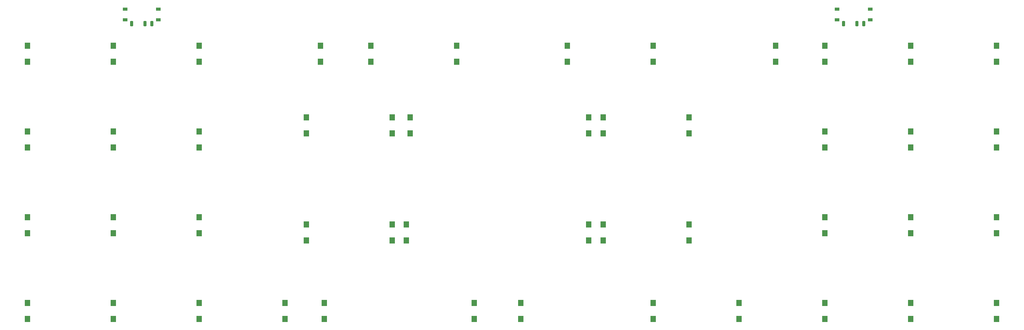
<source format=gbr>
%TF.GenerationSoftware,KiCad,Pcbnew,(7.0.0)*%
%TF.CreationDate,2024-02-09T22:05:53+01:00*%
%TF.ProjectId,graham cracker,67726168-616d-4206-9372-61636b65722e,rev?*%
%TF.SameCoordinates,Original*%
%TF.FileFunction,Paste,Bot*%
%TF.FilePolarity,Positive*%
%FSLAX46Y46*%
G04 Gerber Fmt 4.6, Leading zero omitted, Abs format (unit mm)*
G04 Created by KiCad (PCBNEW (7.0.0)) date 2024-02-09 22:05:53*
%MOMM*%
%LPD*%
G01*
G04 APERTURE LIST*
G04 Aperture macros list*
%AMRoundRect*
0 Rectangle with rounded corners*
0 $1 Rounding radius*
0 $2 $3 $4 $5 $6 $7 $8 $9 X,Y pos of 4 corners*
0 Add a 4 corners polygon primitive as box body*
4,1,4,$2,$3,$4,$5,$6,$7,$8,$9,$2,$3,0*
0 Add four circle primitives for the rounded corners*
1,1,$1+$1,$2,$3*
1,1,$1+$1,$4,$5*
1,1,$1+$1,$6,$7*
1,1,$1+$1,$8,$9*
0 Add four rect primitives between the rounded corners*
20,1,$1+$1,$2,$3,$4,$5,0*
20,1,$1+$1,$4,$5,$6,$7,0*
20,1,$1+$1,$6,$7,$8,$9,0*
20,1,$1+$1,$8,$9,$2,$3,0*%
G04 Aperture macros list end*
%ADD10R,1.300000X1.400000*%
%ADD11RoundRect,0.090000X-0.210000X-0.535000X0.210000X-0.535000X0.210000X0.535000X-0.210000X0.535000X0*%
%ADD12RoundRect,0.105000X-0.445000X0.245000X-0.445000X-0.245000X0.445000X-0.245000X0.445000X0.245000X0*%
G04 APERTURE END LIST*
D10*
%TO.C,D31*%
X161131249Y-75593749D03*
X161131249Y-72043749D03*
%TD*%
%TO.C,D38*%
X55562499Y-93056249D03*
X55562499Y-89506249D03*
%TD*%
%TO.C,D47*%
X232568749Y-93056249D03*
X232568749Y-89506249D03*
%TD*%
%TO.C,D37*%
X36512499Y-93056249D03*
X36512499Y-89506249D03*
%TD*%
%TO.C,D21*%
X183356249Y-48231249D03*
X183356249Y-51781249D03*
%TD*%
%TO.C,D19*%
X161131249Y-48231249D03*
X161131249Y-51781249D03*
%TD*%
%TO.C,D17*%
X117474999Y-48231249D03*
X117474999Y-51781249D03*
%TD*%
%TO.C,D32*%
X164306249Y-75593749D03*
X164306249Y-72043749D03*
%TD*%
%TO.C,D7*%
X156368749Y-35906249D03*
X156368749Y-32356249D03*
%TD*%
%TO.C,D36*%
X251618749Y-74006249D03*
X251618749Y-70456249D03*
%TD*%
%TO.C,D28*%
X98424999Y-75593749D03*
X98424999Y-72043749D03*
%TD*%
%TO.C,D4*%
X101599999Y-35906249D03*
X101599999Y-32356249D03*
%TD*%
%TO.C,D9*%
X202606249Y-35906249D03*
X202606249Y-32356249D03*
%TD*%
%TO.C,D33*%
X183356249Y-75593749D03*
X183356249Y-72043749D03*
%TD*%
%TO.C,D39*%
X74612499Y-93056249D03*
X74612499Y-89506249D03*
%TD*%
%TO.C,D35*%
X232568749Y-74006249D03*
X232568749Y-70456249D03*
%TD*%
%TO.C,D46*%
X213518749Y-93056249D03*
X213518749Y-89506249D03*
%TD*%
%TO.C,D25*%
X36512499Y-74006249D03*
X36512499Y-70456249D03*
%TD*%
%TO.C,D29*%
X117474999Y-75593749D03*
X117474999Y-72043749D03*
%TD*%
%TO.C,D30*%
X120649999Y-75593749D03*
X120649999Y-72043749D03*
%TD*%
%TO.C,D3*%
X74612499Y-35906249D03*
X74612499Y-32356249D03*
%TD*%
%TO.C,D40*%
X93662499Y-93056249D03*
X93662499Y-89506249D03*
%TD*%
%TO.C,D11*%
X232568749Y-35906249D03*
X232568749Y-32356249D03*
%TD*%
%TO.C,D18*%
X121443749Y-48231249D03*
X121443749Y-51781249D03*
%TD*%
%TO.C,D13*%
X36512499Y-54956249D03*
X36512499Y-51406249D03*
%TD*%
%TO.C,D42*%
X135731249Y-93056249D03*
X135731249Y-89506249D03*
%TD*%
%TO.C,D12*%
X251618749Y-35906249D03*
X251618749Y-32356249D03*
%TD*%
%TO.C,D43*%
X146049999Y-93056249D03*
X146049999Y-89506249D03*
%TD*%
%TO.C,D1*%
X36512499Y-35906249D03*
X36512499Y-32356249D03*
%TD*%
%TO.C,D15*%
X74612499Y-54956249D03*
X74612499Y-51406249D03*
%TD*%
%TO.C,D23*%
X232568749Y-54956249D03*
X232568749Y-51406249D03*
%TD*%
%TO.C,D41*%
X102393749Y-93056249D03*
X102393749Y-89506249D03*
%TD*%
%TO.C,D48*%
X251618749Y-93056249D03*
X251618749Y-89506249D03*
%TD*%
%TO.C,D10*%
X213518749Y-35906249D03*
X213518749Y-32356249D03*
%TD*%
%TO.C,D24*%
X251618749Y-54956249D03*
X251618749Y-51406249D03*
%TD*%
%TO.C,D6*%
X131762499Y-35906249D03*
X131762499Y-32356249D03*
%TD*%
%TO.C,D44*%
X175418749Y-93056249D03*
X175418749Y-89506249D03*
%TD*%
D11*
%TO.C,PSW2*%
X217618750Y-27400000D03*
X220618750Y-27400000D03*
X222118750Y-27400000D03*
D12*
X223568750Y-26550000D03*
X223568750Y-24250000D03*
X216168750Y-26550000D03*
X216168750Y-24250000D03*
%TD*%
D10*
%TO.C,D45*%
X194468749Y-93056249D03*
X194468749Y-89506249D03*
%TD*%
%TO.C,D16*%
X98424999Y-48231249D03*
X98424999Y-51781249D03*
%TD*%
%TO.C,D5*%
X112712499Y-35906249D03*
X112712499Y-32356249D03*
%TD*%
%TO.C,D22*%
X213518749Y-54956249D03*
X213518749Y-51406249D03*
%TD*%
%TO.C,D2*%
X55562499Y-35906249D03*
X55562499Y-32356249D03*
%TD*%
%TO.C,D8*%
X175418749Y-35906249D03*
X175418749Y-32356249D03*
%TD*%
%TO.C,D34*%
X213518749Y-74006249D03*
X213518749Y-70456249D03*
%TD*%
%TO.C,D14*%
X55562499Y-54956249D03*
X55562499Y-51406249D03*
%TD*%
%TO.C,D27*%
X74612499Y-74006249D03*
X74612499Y-70456249D03*
%TD*%
%TO.C,D20*%
X164306249Y-48231249D03*
X164306249Y-51781249D03*
%TD*%
D11*
%TO.C,PSW1*%
X59662500Y-27400000D03*
X62662500Y-27400000D03*
X64162500Y-27400000D03*
D12*
X65612500Y-26550000D03*
X65612500Y-24250000D03*
X58212500Y-26550000D03*
X58212500Y-24250000D03*
%TD*%
D10*
%TO.C,D26*%
X55562499Y-74006249D03*
X55562499Y-70456249D03*
%TD*%
M02*

</source>
